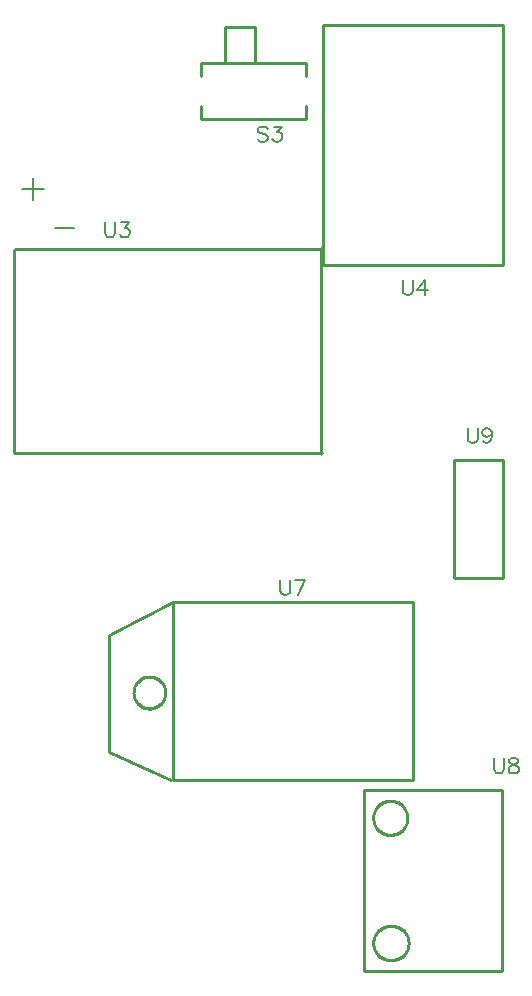
<source format=gbr>
G04 DipTrace 3.1.0.1*
G04 Âåðõíÿÿìàðêèðîâêà.gbr*
%MOMM*%
G04 #@! TF.FileFunction,Legend,Top*
G04 #@! TF.Part,Single*
%ADD10C,0.25*%
%ADD16C,0.2*%
%ADD99C,0.19608*%
%FSLAX35Y35*%
G04*
G71*
G90*
G75*
G01*
G04 TopSilk*
%LPD*%
X3375250Y10770384D2*
D10*
Y10881464D1*
X4264250D1*
Y10770384D1*
X3375250Y10516408D2*
Y10405250D1*
X4264250D1*
Y10516408D1*
X3581650Y11183123D2*
X3835650D1*
Y10881464D1*
X3581650D1*
Y11183123D1*
X4393832Y9313373D2*
Y7563373D1*
X1793750Y9298323D2*
Y7573348D1*
X4378694Y9303398D2*
X1803668D1*
X4403750Y7573348D2*
X1793750D1*
X4412750Y11198373D2*
X5936750D1*
Y9166373D1*
X4412750D1*
Y11198373D1*
X3137331Y4808248D2*
X5169392D1*
Y6316372D1*
X3137331D1*
Y4808248D1*
X2597623Y5046381D2*
Y6030582D1*
X3121485Y4808248D2*
X2597623Y5046381D1*
X3137331Y6316372D2*
X2613470Y6046568D1*
X2803937Y5546399D2*
X2804265Y5555810D1*
X2805250Y5565174D1*
X2806887Y5574447D1*
X2809166Y5583583D1*
X2812078Y5592538D1*
X2815608Y5601269D1*
X2819739Y5609732D1*
X2824451Y5617886D1*
X2829720Y5625692D1*
X2835522Y5633112D1*
X2841827Y5640110D1*
X2848605Y5646651D1*
X2855824Y5652703D1*
X2863448Y5658238D1*
X2871439Y5663228D1*
X2879759Y5667648D1*
X2888368Y5671478D1*
X2897222Y5674698D1*
X2906281Y5677294D1*
X2915498Y5679251D1*
X2924829Y5680562D1*
X2934230Y5681219D1*
X2943653D1*
X2953053Y5680562D1*
X2962385Y5679251D1*
X2971602Y5677294D1*
X2980660Y5674698D1*
X2989515Y5671478D1*
X2998123Y5667648D1*
X3006444Y5663228D1*
X3014435Y5658238D1*
X3022058Y5652703D1*
X3029277Y5646651D1*
X3036055Y5640110D1*
X3042361Y5633112D1*
X3048162Y5625692D1*
X3053432Y5617886D1*
X3058143Y5609732D1*
X3062274Y5601269D1*
X3065804Y5592538D1*
X3068716Y5583583D1*
X3070996Y5574447D1*
X3072632Y5565174D1*
X3073617Y5555810D1*
X3073946Y5546399D1*
X3073617Y5536989D1*
X3072632Y5527625D1*
X3070996Y5518352D1*
X3068716Y5509215D1*
X3065804Y5500260D1*
X3062274Y5491530D1*
X3058143Y5483067D1*
X3053432Y5474912D1*
X3048162Y5467106D1*
X3042361Y5459686D1*
X3036055Y5452689D1*
X3029277Y5446148D1*
X3022058Y5440095D1*
X3014435Y5434561D1*
X3006444Y5429571D1*
X2998123Y5425151D1*
X2989515Y5421321D1*
X2980660Y5418100D1*
X2971602Y5415505D1*
X2962385Y5413547D1*
X2953053Y5412237D1*
X2943653Y5411580D1*
X2934230D1*
X2924829Y5412237D1*
X2915498Y5413547D1*
X2906281Y5415505D1*
X2897222Y5418100D1*
X2888368Y5421321D1*
X2879759Y5425151D1*
X2871439Y5429571D1*
X2863448Y5434561D1*
X2855824Y5440095D1*
X2848605Y5446148D1*
X2841827Y5452689D1*
X2835522Y5459686D1*
X2829720Y5467106D1*
X2824451Y5474912D1*
X2819739Y5483067D1*
X2815608Y5491530D1*
X2812078Y5500260D1*
X2809166Y5509215D1*
X2806887Y5518352D1*
X2805250Y5527625D1*
X2804265Y5536989D1*
X2803937Y5546399D1*
X4751750Y3191373D2*
X5921750D1*
Y4721373D1*
X4751750D1*
Y3191373D1*
X4833767Y4486365D2*
X4834120Y4496483D1*
X4835178Y4506552D1*
X4836935Y4516522D1*
X4839383Y4526345D1*
X4842509Y4535973D1*
X4846300Y4545360D1*
X4850735Y4554459D1*
X4855794Y4563227D1*
X4861452Y4571620D1*
X4867682Y4579598D1*
X4874452Y4587121D1*
X4881731Y4594154D1*
X4889482Y4600662D1*
X4897668Y4606612D1*
X4906248Y4611977D1*
X4915182Y4616730D1*
X4924426Y4620848D1*
X4933934Y4624310D1*
X4943660Y4627101D1*
X4953557Y4629206D1*
X4963577Y4630615D1*
X4973671Y4631321D1*
X4983789D1*
X4993883Y4630615D1*
X5003903Y4629206D1*
X5013800Y4627101D1*
X5023526Y4624310D1*
X5033034Y4620848D1*
X5042278Y4616730D1*
X5051211Y4611977D1*
X5059792Y4606612D1*
X5067978Y4600662D1*
X5075729Y4594154D1*
X5083008Y4587121D1*
X5089778Y4579598D1*
X5096008Y4571620D1*
X5101666Y4563227D1*
X5106725Y4554459D1*
X5111160Y4545360D1*
X5114951Y4535973D1*
X5118077Y4526345D1*
X5120525Y4516522D1*
X5122282Y4506552D1*
X5123340Y4496483D1*
X5123693Y4486365D1*
X5123340Y4476248D1*
X5122282Y4466179D1*
X5120525Y4456209D1*
X5118077Y4446386D1*
X5114951Y4436757D1*
X5111160Y4427371D1*
X5106725Y4418271D1*
X5101666Y4409504D1*
X5096008Y4401111D1*
X5089778Y4393133D1*
X5083008Y4385609D1*
X5075729Y4378577D1*
X5067978Y4372069D1*
X5059792Y4366118D1*
X5051211Y4360754D1*
X5042278Y4356001D1*
X5033034Y4351883D1*
X5023526Y4348420D1*
X5013800Y4345630D1*
X5003903Y4343525D1*
X4993883Y4342116D1*
X4983789Y4341410D1*
X4973671D1*
X4963577Y4342116D1*
X4953557Y4343525D1*
X4943660Y4345630D1*
X4933934Y4348420D1*
X4924426Y4351883D1*
X4915182Y4356001D1*
X4906248Y4360754D1*
X4897668Y4366118D1*
X4889482Y4372069D1*
X4881731Y4378577D1*
X4874452Y4385609D1*
X4867682Y4393133D1*
X4861452Y4401111D1*
X4855794Y4409504D1*
X4850735Y4418271D1*
X4846300Y4427371D1*
X4842509Y4436757D1*
X4839383Y4446386D1*
X4836935Y4456209D1*
X4835178Y4466179D1*
X4834120Y4476248D1*
X4833767Y4486365D1*
Y3426381D2*
X4834132Y3436499D1*
X4835227Y3446568D1*
X4837045Y3456538D1*
X4839578Y3466361D1*
X4842813Y3475989D1*
X4846735Y3485376D1*
X4851324Y3494475D1*
X4856559Y3503243D1*
X4862413Y3511636D1*
X4868859Y3519614D1*
X4875864Y3527137D1*
X4883395Y3534170D1*
X4891415Y3540678D1*
X4899885Y3546628D1*
X4908764Y3551993D1*
X4918008Y3556746D1*
X4927572Y3560864D1*
X4937410Y3564326D1*
X4947474Y3567117D1*
X4957715Y3569222D1*
X4968082Y3570631D1*
X4978526Y3571337D1*
X4988996D1*
X4999440Y3570631D1*
X5009807Y3569222D1*
X5020048Y3567117D1*
X5030112Y3564326D1*
X5039950Y3560864D1*
X5049514Y3556746D1*
X5058758Y3551993D1*
X5067637Y3546628D1*
X5076107Y3540678D1*
X5084127Y3534170D1*
X5091658Y3527137D1*
X5098663Y3519614D1*
X5105109Y3511636D1*
X5110963Y3503243D1*
X5116198Y3494475D1*
X5120787Y3485376D1*
X5124709Y3475989D1*
X5127944Y3466361D1*
X5130477Y3456538D1*
X5132295Y3446568D1*
X5133390Y3436499D1*
X5133755Y3426381D1*
X5133390Y3416264D1*
X5132295Y3406195D1*
X5130477Y3396225D1*
X5127944Y3386402D1*
X5124709Y3376773D1*
X5120787Y3367387D1*
X5116198Y3358287D1*
X5110963Y3349520D1*
X5105109Y3341127D1*
X5098663Y3333149D1*
X5091658Y3325625D1*
X5084127Y3318593D1*
X5076107Y3312085D1*
X5067637Y3306134D1*
X5058758Y3300770D1*
X5049514Y3296017D1*
X5039950Y3291899D1*
X5030112Y3288436D1*
X5020048Y3285646D1*
X5009807Y3283541D1*
X4999440Y3282132D1*
X4988996Y3281426D1*
X4978526D1*
X4968082Y3282132D1*
X4957715Y3283541D1*
X4947474Y3285646D1*
X4937410Y3288436D1*
X4927572Y3291899D1*
X4918008Y3296017D1*
X4908764Y3300770D1*
X4899885Y3306134D1*
X4891415Y3312085D1*
X4883395Y3318593D1*
X4875864Y3325625D1*
X4868859Y3333149D1*
X4862413Y3341127D1*
X4856559Y3349520D1*
X4851324Y3358287D1*
X4846735Y3367387D1*
X4842813Y3376773D1*
X4839578Y3386402D1*
X4837045Y3396225D1*
X4835227Y3406195D1*
X4834132Y3416264D1*
X4833767Y3426381D1*
X5519750Y6513373D2*
X5929750D1*
Y7513373D1*
X5519750D1*
Y6513373D1*
X1859750Y9813373D2*
D16*
X2049750D1*
X1949750Y9903373D2*
Y9713373D1*
X2139750Y9483373D2*
X2299750D1*
X3940142Y10320860D2*
D99*
X3928069Y10333073D1*
X3909819Y10339110D1*
X3885533D1*
X3867283Y10333073D1*
X3855069Y10320860D1*
Y10308787D1*
X3861246Y10296573D1*
X3867283Y10290537D1*
X3879356Y10284500D1*
X3915856Y10272287D1*
X3928069Y10266250D1*
X3934106Y10260073D1*
X3940142Y10248000D1*
Y10229750D1*
X3928069Y10217677D1*
X3909819Y10211500D1*
X3885533D1*
X3867283Y10217677D1*
X3855069Y10229750D1*
X3991571Y10338970D2*
X4058254D1*
X4021894Y10290396D1*
X4040144D1*
X4052217Y10284360D1*
X4058254Y10278323D1*
X4064431Y10260073D1*
Y10248000D1*
X4058254Y10229750D1*
X4046181Y10217537D1*
X4027931Y10211500D1*
X4009681D1*
X3991571Y10217537D1*
X3985535Y10223714D1*
X3979358Y10235787D1*
X2564069Y9529360D2*
Y9438250D1*
X2570106Y9420000D1*
X2582319Y9407927D1*
X2600569Y9401750D1*
X2612642D1*
X2630892Y9407927D1*
X2643106Y9420000D1*
X2649142Y9438250D1*
Y9529360D1*
X2700571Y9529220D2*
X2767254D1*
X2730894Y9480646D1*
X2749144D1*
X2761217Y9474610D1*
X2767254Y9468573D1*
X2773431Y9450323D1*
Y9438250D1*
X2767254Y9420000D1*
X2755181Y9407787D1*
X2736931Y9401750D1*
X2718681D1*
X2700571Y9407787D1*
X2694535Y9413964D1*
X2688358Y9426037D1*
X5084051Y9040360D2*
Y8949250D1*
X5090087Y8931000D1*
X5102301Y8918927D1*
X5120551Y8912750D1*
X5132624D1*
X5150874Y8918927D1*
X5163087Y8931000D1*
X5169124Y8949250D1*
Y9040360D1*
X5269126Y8912750D2*
Y9040220D1*
X5208340Y8955287D1*
X5299449D1*
X4046506Y6502358D2*
Y6411249D1*
X4052542Y6392999D1*
X4064756Y6380926D1*
X4083006Y6374749D1*
X4095079D1*
X4113329Y6380926D1*
X4125542Y6392999D1*
X4131579Y6411249D1*
Y6502358D1*
X4195081Y6374749D2*
X4255868Y6502218D1*
X4170795D1*
X5856139Y4990360D2*
Y4899250D1*
X5862176Y4881000D1*
X5874389Y4868927D1*
X5892639Y4862750D1*
X5904712D1*
X5922962Y4868927D1*
X5935176Y4881000D1*
X5941212Y4899250D1*
Y4990360D1*
X6010751Y4990220D2*
X5992641Y4984183D1*
X5986465Y4972110D1*
Y4959896D1*
X5992641Y4947823D1*
X6004715Y4941646D1*
X6029001Y4935610D1*
X6047251Y4929573D1*
X6059324Y4917360D1*
X6065361Y4905287D1*
Y4887037D1*
X6059324Y4874964D1*
X6053288Y4868787D1*
X6035038Y4862750D1*
X6010751D1*
X5992641Y4868787D1*
X5986465Y4874964D1*
X5980428Y4887037D1*
Y4905287D1*
X5986465Y4917360D1*
X5998678Y4929573D1*
X6016788Y4935610D1*
X6041074Y4941646D1*
X6053288Y4947823D1*
X6059324Y4959896D1*
Y4972110D1*
X6053288Y4984183D1*
X6035038Y4990220D1*
X6010751D1*
X5633087Y7788360D2*
Y7697250D1*
X5639124Y7679000D1*
X5651337Y7666927D1*
X5669587Y7660750D1*
X5681660D1*
X5699910Y7666927D1*
X5712124Y7679000D1*
X5718160Y7697250D1*
Y7788360D1*
X5836413Y7745823D2*
X5830236Y7727573D1*
X5818163Y7715360D1*
X5799913Y7709323D1*
X5793876D1*
X5775626Y7715360D1*
X5763553Y7727573D1*
X5757376Y7745823D1*
Y7751860D1*
X5763553Y7770110D1*
X5775626Y7782183D1*
X5793876Y7788220D1*
X5799913D1*
X5818163Y7782183D1*
X5830236Y7770110D1*
X5836413Y7745823D1*
Y7715360D1*
X5830236Y7685037D1*
X5818163Y7666787D1*
X5799913Y7660750D1*
X5787840D1*
X5769590Y7666787D1*
X5763553Y7679000D1*
M02*

</source>
